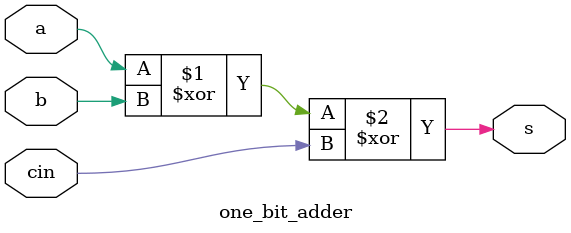
<source format=v>
module one_bit_adder(a, b, cin, s);
    input a, b, cin;
    output s;
    //compute sum
    xor sumGen(s, a, b, cin);
endmodule
</source>
